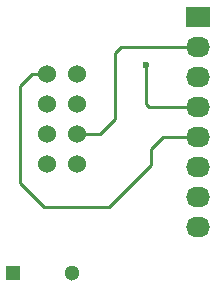
<source format=gbl>
G04 #@! TF.FileFunction,Copper,L2,Bot,Signal*
%FSLAX46Y46*%
G04 Gerber Fmt 4.6, Leading zero omitted, Abs format (unit mm)*
G04 Created by KiCad (PCBNEW 4.0.2-stable) date Sunday, September 04, 2016 'PMt' 11:12:12 PM*
%MOMM*%
G01*
G04 APERTURE LIST*
%ADD10C,0.100000*%
%ADD11R,2.032000X1.727200*%
%ADD12O,2.032000X1.727200*%
%ADD13C,1.524000*%
%ADD14R,1.300000X1.300000*%
%ADD15C,1.300000*%
%ADD16C,0.600000*%
%ADD17C,0.250000*%
G04 APERTURE END LIST*
D10*
D11*
X154858333Y-114175000D03*
D12*
X154858333Y-116715000D03*
X154858333Y-119255000D03*
X154858333Y-121795000D03*
X154858333Y-124335000D03*
X154858333Y-126875000D03*
X154858333Y-129415000D03*
X154858333Y-131955000D03*
D13*
X144640000Y-126610000D03*
X144640000Y-124070000D03*
X144640000Y-121530000D03*
X144640000Y-118990000D03*
X142100000Y-118990000D03*
X142100000Y-121530000D03*
X142100000Y-124070000D03*
X142100000Y-126610000D03*
D14*
X139192000Y-135890000D03*
D15*
X144192000Y-135890000D03*
D16*
X150495000Y-118237000D03*
D17*
X144640000Y-124070000D02*
X146549000Y-124070000D01*
X148334000Y-116715000D02*
X154858333Y-116715000D01*
X147828000Y-117221000D02*
X148334000Y-116715000D01*
X147828000Y-122791000D02*
X147828000Y-117221000D01*
X146549000Y-124070000D02*
X147828000Y-122791000D01*
X150751000Y-121795000D02*
X154858333Y-121795000D01*
X150495000Y-121539000D02*
X150751000Y-121795000D01*
X150495000Y-118237000D02*
X150495000Y-121539000D01*
X142100000Y-118990000D02*
X140852000Y-118990000D01*
X151890000Y-124335000D02*
X154858333Y-124335000D01*
X150876000Y-125349000D02*
X151890000Y-124335000D01*
X150876000Y-126746000D02*
X150876000Y-125349000D01*
X147320000Y-130302000D02*
X150876000Y-126746000D01*
X141859000Y-130302000D02*
X147320000Y-130302000D01*
X139827000Y-128270000D02*
X141859000Y-130302000D01*
X139827000Y-120015000D02*
X139827000Y-128270000D01*
X140852000Y-118990000D02*
X139827000Y-120015000D01*
M02*

</source>
